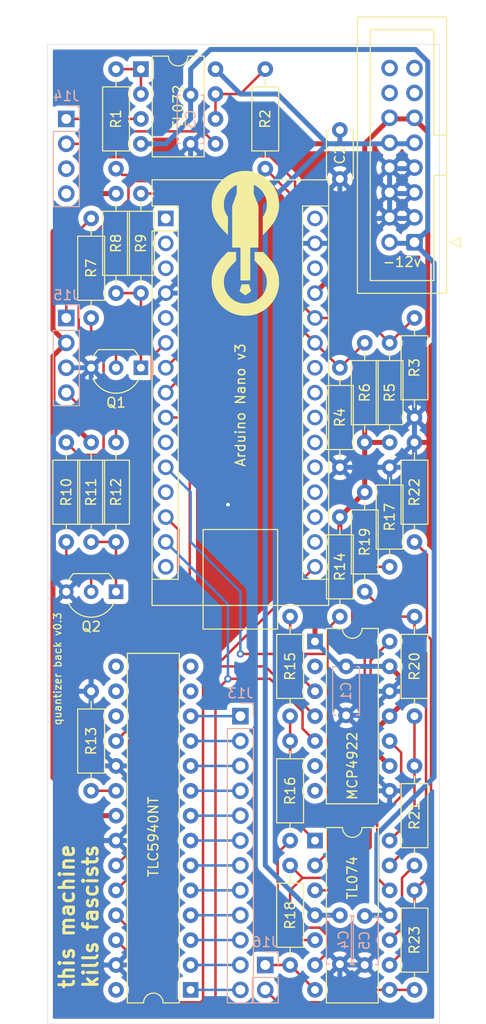
<source format=kicad_pcb>
(kicad_pcb (version 20171130) (host pcbnew "(5.1.10)-1")
  (title_block (title "Quantizer Back") (date 2021-06-22) (rev 0.3) (company "Free Modular"))
  (layers (0 F.Cu signal) (31 B.Cu signal) (34 B.Paste user) (35 F.Paste user) (36 B.SilkS user) (37 F.SilkS user) (38 B.Mask user) (39 F.Mask user) (44 Edge.Cuts user))
  (net 0 "")
  (net 1 "Net-(A1-Pad15)")
  (net 2 "Net-(A1-Pad30)")
  (net 3 GND)
  (net 4 "Net-(A1-Pad28)")
  (net 5 "Net-(A1-Pad12)")
  (net 6 INPUT_A)
  (net 7 "Net-(A1-Pad10)")
  (net 8 INPUT_B)
  (net 9 "Net-(A1-Pad24)")
  (net 10 "Net-(A1-Pad23)")
  (net 11 "Net-(A1-Pad22)")
  (net 12 "Net-(A1-Pad21)")
  (net 13 "Net-(A1-Pad5)")
  (net 14 "Net-(A1-Pad20)")
  (net 15 "Net-(A1-Pad19)")
  (net 16 "Net-(A1-Pad3)")
  (net 17 "Net-(A1-Pad18)")
  (net 18 "Net-(A1-Pad2)")
  (net 19 "Net-(A1-Pad17)")
  (net 20 "Net-(A1-Pad1)")
  (net 21 +5V)
  (net 22 -12V)
  (net 23 +12V)
  (net 24 "Net-(J13-Pad12)")
  (net 25 "Net-(J13-Pad11)")
  (net 26 "Net-(J13-Pad10)")
  (net 27 "Net-(J13-Pad9)")
  (net 28 "Net-(J13-Pad8)")
  (net 29 "Net-(J13-Pad7)")
  (net 30 "Net-(J13-Pad6)")
  (net 31 "Net-(J13-Pad5)")
  (net 32 "Net-(J13-Pad4)")
  (net 33 "Net-(J13-Pad3)")
  (net 34 "Net-(J13-Pad2)")
  (net 35 "Net-(J13-Pad1)")
  (net 36 MENU_BUTTON)
  (net 37 BUTTON_LADDER)
  (net 38 INPUT_RAW_B)
  (net 39 INPUT_RAW_A)
  (net 40 TRIG_RAW_B)
  (net 41 TRIG_RAW_A)
  (net 42 OUTPUT_B)
  (net 43 OUTPUT_A)
  (net 44 "Net-(R1-Pad2)")
  (net 45 "Net-(R2-Pad2)")
  (net 46 "Net-(Q1-Pad1)")
  (net 47 "Net-(Q1-Pad2)")
  (net 48 "Net-(Q2-Pad1)")
  (net 49 "Net-(Q2-Pad2)")
  (net 50 TRIG_A)
  (net 51 TRIG_B)
  (net 52 SPI_SCK)
  (net 53 SPI_MOSI)
  (net 54 TLC_BLANK)
  (net 55 DAC_CS)
  (net 56 TLC_XLAT)
  (net 57 TLC_GSCLK)
  (net 58 "Net-(R13-Pad1)")
  (net 59 "Net-(R14-Pad1)")
  (net 60 "Net-(R15-Pad1)")
  (net 61 "Net-(R16-Pad1)")
  (net 62 "Net-(R17-Pad1)")
  (net 63 "Net-(R19-Pad1)")
  (net 64 "Net-(R20-Pad1)")
  (net 65 "Net-(R21-Pad1)")
  (net 66 "Net-(R22-Pad1)")
  (net 67 DAC_OUT_A)
  (net 68 DAC_OUT_B)
  (net 69 "Net-(U3-Pad7)")
  (net 70 "Net-(U3-Pad6)")
  (net 71 "Net-(U3-Pad2)")
  (net 72 "Net-(U4-Pad28)")
  (net 73 "Net-(U4-Pad14)")
  (net 74 "Net-(U4-Pad13)")
  (net 75 "Net-(U4-Pad17)")
  (net 76 "Net-(U4-Pad16)")
  (net 77 "Net-(U4-Pad15)")
  (net 78 "Net-(J1-Pad16)")
  (net 79 "Net-(J1-Pad14)")
  (net 80 "Net-(J1-Pad15)")
  (net 81 "Net-(J1-Pad13)")
  (module free_modular:logo (layer F.Cu) (at 46.228 40.64 90)
    (fp_text reference G*** hide)
    (fp_text value LOGO hide)
  )
  (module Connector_IDC:IDC-Header_2x08_P2.54mm_Vertical (layer F.Cu) (at 63.5 40.53 180)
    (fp_text reference J1 hide)
    (fp_text value Conn_02x08_Odd_Even)
    (pad 16 thru_hole circle (at 2.54 17.78 180) (size 1.7 1.7) (drill 1) (layers *.Cu *.Mask) (net 78 "Net-(J1-Pad16)"))
    (pad 14 thru_hole circle (at 2.54 15.24 180) (size 1.7 1.7) (drill 1) (layers *.Cu *.Mask) (net 79 "Net-(J1-Pad14)"))
    (pad 12 thru_hole circle (at 2.54 12.7 180) (size 1.7 1.7) (drill 1) (layers *.Cu *.Mask) (net 21 +5V))
    (pad 10 thru_hole circle (at 2.54 10.16 180) (size 1.7 1.7) (drill 1) (layers *.Cu *.Mask) (net 23 +12V))
    (pad 8 thru_hole circle (at 2.54 7.62 180) (size 1.7 1.7) (drill 1) (layers *.Cu *.Mask) (net 3 GND))
    (pad 6 thru_hole circle (at 2.54 5.08 180) (size 1.7 1.7) (drill 1) (layers *.Cu *.Mask) (net 3 GND))
    (pad 4 thru_hole circle (at 2.54 2.54 180) (size 1.7 1.7) (drill 1) (layers *.Cu *.Mask) (net 3 GND))
    (pad 2 thru_hole circle (at 2.54 0 180) (size 1.7 1.7) (drill 1) (layers *.Cu *.Mask) (net 22 -12V))
    (pad 15 thru_hole circle (at 0 17.78 180) (size 1.7 1.7) (drill 1) (layers *.Cu *.Mask) (net 80 "Net-(J1-Pad15)"))
    (pad 13 thru_hole circle (at 0 15.24 180) (size 1.7 1.7) (drill 1) (layers *.Cu *.Mask) (net 81 "Net-(J1-Pad13)"))
    (pad 11 thru_hole circle (at 0 12.7 180) (size 1.7 1.7) (drill 1) (layers *.Cu *.Mask) (net 21 +5V))
    (pad 9 thru_hole circle (at 0 10.16 180) (size 1.7 1.7) (drill 1) (layers *.Cu *.Mask) (net 23 +12V))
    (pad 7 thru_hole circle (at 0 7.62 180) (size 1.7 1.7) (drill 1) (layers *.Cu *.Mask) (net 3 GND))
    (pad 5 thru_hole circle (at 0 5.08 180) (size 1.7 1.7) (drill 1) (layers *.Cu *.Mask) (net 3 GND))
    (pad 3 thru_hole circle (at 0 2.54 180) (size 1.7 1.7) (drill 1) (layers *.Cu *.Mask) (net 3 GND))
    (pad 1 thru_hole roundrect (at 0 0 180) (size 1.7 1.7) (drill 1) (layers *.Cu *.Mask) (roundrect_rratio 0.1470588235294118) (net 22 -12V))
  )
  (module Package_DIP:DIP-14_W7.62mm (layer F.Cu) (at 53.34 81.28)
    (fp_text reference U3 hide)
    (fp_text value MCP4922)
    (pad 14 thru_hole oval (at 7.62 0) (size 1.6 1.6) (drill 0.8) (layers *.Cu *.Mask) (net 67 DAC_OUT_A))
    (pad 7 thru_hole oval (at 0 15.24) (size 1.6 1.6) (drill 0.8) (layers *.Cu *.Mask) (net 69 "Net-(U3-Pad7)"))
    (pad 13 thru_hole oval (at 7.62 2.54) (size 1.6 1.6) (drill 0.8) (layers *.Cu *.Mask) (net 21 +5V))
    (pad 6 thru_hole oval (at 0 12.7) (size 1.6 1.6) (drill 0.8) (layers *.Cu *.Mask) (net 70 "Net-(U3-Pad6)"))
    (pad 12 thru_hole oval (at 7.62 5.08) (size 1.6 1.6) (drill 0.8) (layers *.Cu *.Mask) (net 3 GND))
    (pad 5 thru_hole oval (at 0 10.16) (size 1.6 1.6) (drill 0.8) (layers *.Cu *.Mask) (net 53 SPI_MOSI))
    (pad 11 thru_hole oval (at 7.62 7.62) (size 1.6 1.6) (drill 0.8) (layers *.Cu *.Mask) (net 21 +5V))
    (pad 4 thru_hole oval (at 0 7.62) (size 1.6 1.6) (drill 0.8) (layers *.Cu *.Mask) (net 52 SPI_SCK))
    (pad 10 thru_hole oval (at 7.62 10.16) (size 1.6 1.6) (drill 0.8) (layers *.Cu *.Mask) (net 68 DAC_OUT_B))
    (pad 3 thru_hole oval (at 0 5.08) (size 1.6 1.6) (drill 0.8) (layers *.Cu *.Mask) (net 55 DAC_CS))
    (pad 9 thru_hole oval (at 7.62 12.7) (size 1.6 1.6) (drill 0.8) (layers *.Cu *.Mask) (net 21 +5V))
    (pad 2 thru_hole oval (at 0 2.54) (size 1.6 1.6) (drill 0.8) (layers *.Cu *.Mask) (net 71 "Net-(U3-Pad2)"))
    (pad 8 thru_hole oval (at 7.62 15.24) (size 1.6 1.6) (drill 0.8) (layers *.Cu *.Mask) (net 3 GND))
    (pad 1 thru_hole rect (at 0 0) (size 1.6 1.6) (drill 0.8) (layers *.Cu *.Mask) (net 21 +5V))
  )
  (module Package_DIP:DIP-14_W7.62mm (layer F.Cu) (at 53.34 101.6)
    (fp_text reference U2 hide)
    (fp_text value TL074)
    (pad 14 thru_hole oval (at 7.62 0) (size 1.6 1.6) (drill 0.8) (layers *.Cu *.Mask) (net 64 "Net-(R20-Pad1)"))
    (pad 7 thru_hole oval (at 0 15.24) (size 1.6 1.6) (drill 0.8) (layers *.Cu *.Mask) (net 43 OUTPUT_A))
    (pad 13 thru_hole oval (at 7.62 2.54) (size 1.6 1.6) (drill 0.8) (layers *.Cu *.Mask) (net 63 "Net-(R19-Pad1)"))
    (pad 6 thru_hole oval (at 0 12.7) (size 1.6 1.6) (drill 0.8) (layers *.Cu *.Mask) (net 62 "Net-(R17-Pad1)"))
    (pad 12 thru_hole oval (at 7.62 5.08) (size 1.6 1.6) (drill 0.8) (layers *.Cu *.Mask) (net 68 DAC_OUT_B))
    (pad 5 thru_hole oval (at 0 10.16) (size 1.6 1.6) (drill 0.8) (layers *.Cu *.Mask) (net 61 "Net-(R16-Pad1)"))
    (pad 11 thru_hole oval (at 7.62 7.62) (size 1.6 1.6) (drill 0.8) (layers *.Cu *.Mask) (net 22 -12V))
    (pad 4 thru_hole oval (at 0 7.62) (size 1.6 1.6) (drill 0.8) (layers *.Cu *.Mask) (net 23 +12V))
    (pad 10 thru_hole oval (at 7.62 10.16) (size 1.6 1.6) (drill 0.8) (layers *.Cu *.Mask) (net 65 "Net-(R21-Pad1)"))
    (pad 3 thru_hole oval (at 0 5.08) (size 1.6 1.6) (drill 0.8) (layers *.Cu *.Mask) (net 67 DAC_OUT_A))
    (pad 9 thru_hole oval (at 7.62 12.7) (size 1.6 1.6) (drill 0.8) (layers *.Cu *.Mask) (net 66 "Net-(R22-Pad1)"))
    (pad 2 thru_hole oval (at 0 2.54) (size 1.6 1.6) (drill 0.8) (layers *.Cu *.Mask) (net 59 "Net-(R14-Pad1)"))
    (pad 8 thru_hole oval (at 7.62 15.24) (size 1.6 1.6) (drill 0.8) (layers *.Cu *.Mask) (net 42 OUTPUT_B))
    (pad 1 thru_hole rect (at 0 0) (size 1.6 1.6) (drill 0.8) (layers *.Cu *.Mask) (net 60 "Net-(R15-Pad1)"))
  )
  (module Package_TO_SOT_THT:TO-92_Inline_Wide (layer F.Cu) (at 33.02 76.2 180)
    (fp_text reference Q2 (at 2.54 -3.56) (layer F.SilkS))
    (fp_text value 2N3906)
    (pad 1 thru_hole rect (at 0 0 180) (size 1.5 1.5) (drill 0.8) (layers *.Cu *.Mask) (net 48 "Net-(Q2-Pad1)"))
    (pad 3 thru_hole circle (at 5.08 0 180) (size 1.5 1.5) (drill 0.8) (layers *.Cu *.Mask) (net 3 GND))
    (pad 2 thru_hole circle (at 2.54 0 180) (size 1.5 1.5) (drill 0.8) (layers *.Cu *.Mask) (net 49 "Net-(Q2-Pad2)"))
  )
  (module Package_TO_SOT_THT:TO-92_Inline_Wide (layer F.Cu) (at 35.56 53.34 180)
    (fp_text reference Q1 (at 2.54 -3.56) (layer F.SilkS))
    (fp_text value 2N3906)
    (pad 1 thru_hole rect (at 0 0 180) (size 1.5 1.5) (drill 0.8) (layers *.Cu *.Mask) (net 46 "Net-(Q1-Pad1)"))
    (pad 3 thru_hole circle (at 5.08 0 180) (size 1.5 1.5) (drill 0.8) (layers *.Cu *.Mask) (net 3 GND))
    (pad 2 thru_hole circle (at 2.54 0 180) (size 1.5 1.5) (drill 0.8) (layers *.Cu *.Mask) (net 47 "Net-(Q1-Pad2)"))
  )
  (module MountingHole:MountingHole_2.7mm_M2.5 (layer F.Cu) (at 53.34 24.13)
    (fp_text reference H2 hide)
    (fp_text value MountingHole)
    (pad 1 np_thru_hole circle (at 0 0) (size 2.7 2.7) (drill 2.7) (layers *.Cu *.Mask))
  )
  (module Package_DIP:DIP-28_W7.62mm (layer F.Cu) (at 40.64 116.84 180)
    (fp_text reference U4 hide)
    (fp_text value TLC5940NT)
    (pad 28 thru_hole oval (at 7.62 0 180) (size 1.6 1.6) (drill 0.8) (layers *.Cu *.Mask) (net 72 "Net-(U4-Pad28)"))
    (pad 14 thru_hole oval (at 0 33.02 180) (size 1.6 1.6) (drill 0.8) (layers *.Cu *.Mask) (net 73 "Net-(U4-Pad14)"))
    (pad 27 thru_hole oval (at 7.62 2.54 180) (size 1.6 1.6) (drill 0.8) (layers *.Cu *.Mask) (net 3 GND))
    (pad 13 thru_hole oval (at 0 30.48 180) (size 1.6 1.6) (drill 0.8) (layers *.Cu *.Mask) (net 74 "Net-(U4-Pad13)"))
    (pad 26 thru_hole oval (at 7.62 5.08 180) (size 1.6 1.6) (drill 0.8) (layers *.Cu *.Mask) (net 53 SPI_MOSI))
    (pad 12 thru_hole oval (at 0 27.94 180) (size 1.6 1.6) (drill 0.8) (layers *.Cu *.Mask) (net 35 "Net-(J13-Pad1)"))
    (pad 25 thru_hole oval (at 7.62 7.62 180) (size 1.6 1.6) (drill 0.8) (layers *.Cu *.Mask) (net 52 SPI_SCK))
    (pad 11 thru_hole oval (at 0 25.4 180) (size 1.6 1.6) (drill 0.8) (layers *.Cu *.Mask) (net 34 "Net-(J13-Pad2)"))
    (pad 24 thru_hole oval (at 7.62 10.16 180) (size 1.6 1.6) (drill 0.8) (layers *.Cu *.Mask) (net 56 TLC_XLAT))
    (pad 10 thru_hole oval (at 0 22.86 180) (size 1.6 1.6) (drill 0.8) (layers *.Cu *.Mask) (net 33 "Net-(J13-Pad3)"))
    (pad 23 thru_hole oval (at 7.62 12.7 180) (size 1.6 1.6) (drill 0.8) (layers *.Cu *.Mask) (net 54 TLC_BLANK))
    (pad 9 thru_hole oval (at 0 20.32 180) (size 1.6 1.6) (drill 0.8) (layers *.Cu *.Mask) (net 32 "Net-(J13-Pad4)"))
    (pad 22 thru_hole oval (at 7.62 15.24 180) (size 1.6 1.6) (drill 0.8) (layers *.Cu *.Mask) (net 3 GND))
    (pad 8 thru_hole oval (at 0 17.78 180) (size 1.6 1.6) (drill 0.8) (layers *.Cu *.Mask) (net 31 "Net-(J13-Pad5)"))
    (pad 21 thru_hole oval (at 7.62 17.78 180) (size 1.6 1.6) (drill 0.8) (layers *.Cu *.Mask) (net 21 +5V))
    (pad 7 thru_hole oval (at 0 15.24 180) (size 1.6 1.6) (drill 0.8) (layers *.Cu *.Mask) (net 30 "Net-(J13-Pad6)"))
    (pad 20 thru_hole oval (at 7.62 20.32 180) (size 1.6 1.6) (drill 0.8) (layers *.Cu *.Mask) (net 58 "Net-(R13-Pad1)"))
    (pad 6 thru_hole oval (at 0 12.7 180) (size 1.6 1.6) (drill 0.8) (layers *.Cu *.Mask) (net 29 "Net-(J13-Pad7)"))
    (pad 19 thru_hole oval (at 7.62 22.86 180) (size 1.6 1.6) (drill 0.8) (layers *.Cu *.Mask) (net 3 GND))
    (pad 5 thru_hole oval (at 0 10.16 180) (size 1.6 1.6) (drill 0.8) (layers *.Cu *.Mask) (net 28 "Net-(J13-Pad8)"))
    (pad 18 thru_hole oval (at 7.62 25.4 180) (size 1.6 1.6) (drill 0.8) (layers *.Cu *.Mask) (net 57 TLC_GSCLK))
    (pad 4 thru_hole oval (at 0 7.62 180) (size 1.6 1.6) (drill 0.8) (layers *.Cu *.Mask) (net 27 "Net-(J13-Pad9)"))
    (pad 17 thru_hole oval (at 7.62 27.94 180) (size 1.6 1.6) (drill 0.8) (layers *.Cu *.Mask) (net 75 "Net-(U4-Pad17)"))
    (pad 3 thru_hole oval (at 0 5.08 180) (size 1.6 1.6) (drill 0.8) (layers *.Cu *.Mask) (net 26 "Net-(J13-Pad10)"))
    (pad 16 thru_hole oval (at 7.62 30.48 180) (size 1.6 1.6) (drill 0.8) (layers *.Cu *.Mask) (net 76 "Net-(U4-Pad16)"))
    (pad 2 thru_hole oval (at 0 2.54 180) (size 1.6 1.6) (drill 0.8) (layers *.Cu *.Mask) (net 25 "Net-(J13-Pad11)"))
    (pad 15 thru_hole oval (at 7.62 33.02 180) (size 1.6 1.6) (drill 0.8) (layers *.Cu *.Mask) (net 77 "Net-(U4-Pad15)"))
    (pad 1 thru_hole rect (at 0 0 180) (size 1.6 1.6) (drill 0.8) (layers *.Cu *.Mask) (net 24 "Net-(J13-Pad12)"))
  )
  (module Resistor_THT:R_Axial_DIN0207_L6.3mm_D2.5mm_P10.16mm_Horizontal (layer F.Cu) (at 63.5 116.84 90)
    (fp_text reference R23 (at 5.08 0 90) (layer F.SilkS))
    (fp_text value 10kΩ)
    (pad 2 thru_hole oval (at 10.16 0 90) (size 1.6 1.6) (drill 0.8) (layers *.Cu *.Mask) (net 66 "Net-(R22-Pad1)"))
    (pad 1 thru_hole circle (at 0 0 90) (size 1.6 1.6) (drill 0.8) (layers *.Cu *.Mask) (net 42 OUTPUT_B))
  )
  (module Resistor_THT:R_Axial_DIN0207_L6.3mm_D2.5mm_P10.16mm_Horizontal (layer F.Cu) (at 63.5 71.12 90)
    (fp_text reference R22 (at 5.08 0 90) (layer F.SilkS))
    (fp_text value 10kΩ)
    (pad 2 thru_hole oval (at 10.16 0 90) (size 1.6 1.6) (drill 0.8) (layers *.Cu *.Mask) (net 3 GND))
    (pad 1 thru_hole circle (at 0 0 90) (size 1.6 1.6) (drill 0.8) (layers *.Cu *.Mask) (net 66 "Net-(R22-Pad1)"))
  )
  (module Resistor_THT:R_Axial_DIN0207_L6.3mm_D2.5mm_P10.16mm_Horizontal (layer F.Cu) (at 63.5 104.14 90)
    (fp_text reference R21 (at 5.08 0 90) (layer F.SilkS))
    (fp_text value 10kΩ)
    (pad 2 thru_hole oval (at 10.16 0 90) (size 1.6 1.6) (drill 0.8) (layers *.Cu *.Mask) (net 64 "Net-(R20-Pad1)"))
    (pad 1 thru_hole circle (at 0 0 90) (size 1.6 1.6) (drill 0.8) (layers *.Cu *.Mask) (net 65 "Net-(R21-Pad1)"))
  )
  (module Resistor_THT:R_Axial_DIN0207_L6.3mm_D2.5mm_P10.16mm_Horizontal (layer F.Cu) (at 63.5 88.9 90)
    (fp_text reference R20 (at 5.08 0 90) (layer F.SilkS))
    (fp_text value 10kΩ)
    (pad 2 thru_hole oval (at 10.16 0 90) (size 1.6 1.6) (drill 0.8) (layers *.Cu *.Mask) (net 63 "Net-(R19-Pad1)"))
    (pad 1 thru_hole circle (at 0 0 90) (size 1.6 1.6) (drill 0.8) (layers *.Cu *.Mask) (net 64 "Net-(R20-Pad1)"))
  )
  (module Resistor_THT:R_Axial_DIN0207_L6.3mm_D2.5mm_P10.16mm_Horizontal (layer F.Cu) (at 58.42 76.2 90)
    (fp_text reference R19 (at 5.08 0 90) (layer F.SilkS))
    (fp_text value 10kΩ)
    (pad 2 thru_hole oval (at 10.16 0 90) (size 1.6 1.6) (drill 0.8) (layers *.Cu *.Mask) (net 21 +5V))
    (pad 1 thru_hole circle (at 0 0 90) (size 1.6 1.6) (drill 0.8) (layers *.Cu *.Mask) (net 63 "Net-(R19-Pad1)"))
  )
  (module Resistor_THT:R_Axial_DIN0207_L6.3mm_D2.5mm_P10.16mm_Horizontal (layer F.Cu) (at 50.8 114.3 90)
    (fp_text reference R18 (at 5.08 0 90) (layer F.SilkS))
    (fp_text value 10kΩ)
    (pad 2 thru_hole oval (at 10.16 0 90) (size 1.6 1.6) (drill 0.8) (layers *.Cu *.Mask) (net 62 "Net-(R17-Pad1)"))
    (pad 1 thru_hole circle (at 0 0 90) (size 1.6 1.6) (drill 0.8) (layers *.Cu *.Mask) (net 43 OUTPUT_A))
  )
  (module Resistor_THT:R_Axial_DIN0207_L6.3mm_D2.5mm_P10.16mm_Horizontal (layer F.Cu) (at 60.96 73.66 90)
    (fp_text reference R17 (at 5.08 0 90) (layer F.SilkS))
    (fp_text value 10kΩ)
    (pad 2 thru_hole oval (at 10.16 0 90) (size 1.6 1.6) (drill 0.8) (layers *.Cu *.Mask) (net 3 GND))
    (pad 1 thru_hole circle (at 0 0 90) (size 1.6 1.6) (drill 0.8) (layers *.Cu *.Mask) (net 62 "Net-(R17-Pad1)"))
  )
  (module Resistor_THT:R_Axial_DIN0207_L6.3mm_D2.5mm_P10.16mm_Horizontal (layer F.Cu) (at 50.8 101.6 90)
    (fp_text reference R16 (at 5.08 0 90) (layer F.SilkS))
    (fp_text value 10kΩ)
    (pad 2 thru_hole oval (at 10.16 0 90) (size 1.6 1.6) (drill 0.8) (layers *.Cu *.Mask) (net 60 "Net-(R15-Pad1)"))
    (pad 1 thru_hole circle (at 0 0 90) (size 1.6 1.6) (drill 0.8) (layers *.Cu *.Mask) (net 61 "Net-(R16-Pad1)"))
  )
  (module Resistor_THT:R_Axial_DIN0207_L6.3mm_D2.5mm_P10.16mm_Horizontal (layer F.Cu) (at 50.8 88.9 90)
    (fp_text reference R15 (at 5.08 0 90) (layer F.SilkS))
    (fp_text value 10kΩ)
    (pad 2 thru_hole oval (at 10.16 0 90) (size 1.6 1.6) (drill 0.8) (layers *.Cu *.Mask) (net 59 "Net-(R14-Pad1)"))
    (pad 1 thru_hole circle (at 0 0 90) (size 1.6 1.6) (drill 0.8) (layers *.Cu *.Mask) (net 60 "Net-(R15-Pad1)"))
  )
  (module Resistor_THT:R_Axial_DIN0207_L6.3mm_D2.5mm_P10.16mm_Horizontal (layer F.Cu) (at 55.88 78.74 90)
    (fp_text reference R14 (at 5.08 0 90) (layer F.SilkS))
    (fp_text value 10kΩ)
    (pad 2 thru_hole oval (at 10.16 0 90) (size 1.6 1.6) (drill 0.8) (layers *.Cu *.Mask) (net 21 +5V))
    (pad 1 thru_hole circle (at 0 0 90) (size 1.6 1.6) (drill 0.8) (layers *.Cu *.Mask) (net 59 "Net-(R14-Pad1)"))
  )
  (module Resistor_THT:R_Axial_DIN0207_L6.3mm_D2.5mm_P10.16mm_Horizontal (layer F.Cu) (at 30.48 96.52 90)
    (fp_text reference R13 (at 5.08 0 90) (layer F.SilkS))
    (fp_text value 1kΩ)
    (pad 2 thru_hole oval (at 10.16 0 90) (size 1.6 1.6) (drill 0.8) (layers *.Cu *.Mask) (net 3 GND))
    (pad 1 thru_hole circle (at 0 0 90) (size 1.6 1.6) (drill 0.8) (layers *.Cu *.Mask) (net 58 "Net-(R13-Pad1)"))
  )
  (module Resistor_THT:R_Axial_DIN0207_L6.3mm_D2.5mm_P10.16mm_Horizontal (layer F.Cu) (at 33.02 60.96 270)
    (fp_text reference R12 (at 5.08 0 90) (layer F.SilkS))
    (fp_text value 1kΩ)
    (pad 2 thru_hole oval (at 10.16 0 270) (size 1.6 1.6) (drill 0.8) (layers *.Cu *.Mask) (net 48 "Net-(Q2-Pad1)"))
    (pad 1 thru_hole circle (at 0 0 270) (size 1.6 1.6) (drill 0.8) (layers *.Cu *.Mask) (net 51 TRIG_B))
  )
  (module Resistor_THT:R_Axial_DIN0207_L6.3mm_D2.5mm_P10.16mm_Horizontal (layer F.Cu) (at 30.48 71.12 90)
    (fp_text reference R11 (at 5.08 0 90) (layer F.SilkS))
    (fp_text value 100kΩ)
    (pad 2 thru_hole oval (at 10.16 0 90) (size 1.6 1.6) (drill 0.8) (layers *.Cu *.Mask) (net 21 +5V))
    (pad 1 thru_hole circle (at 0 0 90) (size 1.6 1.6) (drill 0.8) (layers *.Cu *.Mask) (net 48 "Net-(Q2-Pad1)"))
  )
  (module Resistor_THT:R_Axial_DIN0207_L6.3mm_D2.5mm_P10.16mm_Horizontal (layer F.Cu) (at 27.94 71.12 90)
    (fp_text reference R10 (at 5.08 0 90) (layer F.SilkS))
    (fp_text value 100kΩ)
    (pad 2 thru_hole oval (at 10.16 0 90) (size 1.6 1.6) (drill 0.8) (layers *.Cu *.Mask) (net 40 TRIG_RAW_B))
    (pad 1 thru_hole circle (at 0 0 90) (size 1.6 1.6) (drill 0.8) (layers *.Cu *.Mask) (net 49 "Net-(Q2-Pad2)"))
  )
  (module Resistor_THT:R_Axial_DIN0207_L6.3mm_D2.5mm_P10.16mm_Horizontal (layer F.Cu) (at 35.56 35.56 270)
    (fp_text reference R9 (at 5.08 0 90) (layer F.SilkS))
    (fp_text value 1kΩ)
    (pad 2 thru_hole oval (at 10.16 0 270) (size 1.6 1.6) (drill 0.8) (layers *.Cu *.Mask) (net 46 "Net-(Q1-Pad1)"))
    (pad 1 thru_hole circle (at 0 0 270) (size 1.6 1.6) (drill 0.8) (layers *.Cu *.Mask) (net 50 TRIG_A))
  )
  (module Resistor_THT:R_Axial_DIN0207_L6.3mm_D2.5mm_P10.16mm_Horizontal (layer F.Cu) (at 33.02 45.72 90)
    (fp_text reference R8 (at 5.08 0 90) (layer F.SilkS))
    (fp_text value 100kΩ)
    (pad 2 thru_hole oval (at 10.16 0 90) (size 1.6 1.6) (drill 0.8) (layers *.Cu *.Mask) (net 21 +5V))
    (pad 1 thru_hole circle (at 0 0 90) (size 1.6 1.6) (drill 0.8) (layers *.Cu *.Mask) (net 46 "Net-(Q1-Pad1)"))
  )
  (module Resistor_THT:R_Axial_DIN0207_L6.3mm_D2.5mm_P10.16mm_Horizontal (layer F.Cu) (at 30.48 48.26 90)
    (fp_text reference R7 (at 5.08 0 90) (layer F.SilkS))
    (fp_text value 100kΩ)
    (pad 2 thru_hole oval (at 10.16 0 90) (size 1.6 1.6) (drill 0.8) (layers *.Cu *.Mask) (net 41 TRIG_RAW_A))
    (pad 1 thru_hole circle (at 0 0 90) (size 1.6 1.6) (drill 0.8) (layers *.Cu *.Mask) (net 47 "Net-(Q1-Pad2)"))
  )
  (module Package_DIP:DIP-8_W7.62mm (layer F.Cu) (at 35.56 22.86)
    (fp_text reference U1 hide)
    (fp_text value TL072)
    (pad 8 thru_hole oval (at 7.62 0) (size 1.6 1.6) (drill 0.8) (layers *.Cu *.Mask) (net 23 +12V))
    (pad 4 thru_hole oval (at 0 7.62) (size 1.6 1.6) (drill 0.8) (layers *.Cu *.Mask) (net 22 -12V))
    (pad 7 thru_hole oval (at 7.62 2.54) (size 1.6 1.6) (drill 0.8) (layers *.Cu *.Mask) (net 45 "Net-(R2-Pad2)"))
    (pad 3 thru_hole oval (at 0 5.08) (size 1.6 1.6) (drill 0.8) (layers *.Cu *.Mask) (net 39 INPUT_RAW_A))
    (pad 6 thru_hole oval (at 7.62 5.08) (size 1.6 1.6) (drill 0.8) (layers *.Cu *.Mask) (net 45 "Net-(R2-Pad2)"))
    (pad 2 thru_hole oval (at 0 2.54) (size 1.6 1.6) (drill 0.8) (layers *.Cu *.Mask) (net 44 "Net-(R1-Pad2)"))
    (pad 5 thru_hole oval (at 7.62 7.62) (size 1.6 1.6) (drill 0.8) (layers *.Cu *.Mask) (net 38 INPUT_RAW_B))
    (pad 1 thru_hole rect (at 0 0) (size 1.6 1.6) (drill 0.8) (layers *.Cu *.Mask) (net 44 "Net-(R1-Pad2)"))
  )
  (module Resistor_THT:R_Axial_DIN0207_L6.3mm_D2.5mm_P10.16mm_Horizontal (layer F.Cu) (at 58.42 50.8 270)
    (fp_text reference R6 (at 5.08 0 90) (layer F.SilkS))
    (fp_text value 10kΩ)
    (pad 2 thru_hole oval (at 10.16 0 270) (size 1.6 1.6) (drill 0.8) (layers *.Cu *.Mask) (net 21 +5V))
    (pad 1 thru_hole circle (at 0 0 270) (size 1.6 1.6) (drill 0.8) (layers *.Cu *.Mask) (net 8 INPUT_B))
  )
  (module Resistor_THT:R_Axial_DIN0207_L6.3mm_D2.5mm_P10.16mm_Horizontal (layer F.Cu) (at 60.96 50.8 270)
    (fp_text reference R5 (at 5.08 0 90) (layer F.SilkS))
    (fp_text value 10kΩ)
    (pad 2 thru_hole oval (at 10.16 0 270) (size 1.6 1.6) (drill 0.8) (layers *.Cu *.Mask) (net 21 +5V))
    (pad 1 thru_hole circle (at 0 0 270) (size 1.6 1.6) (drill 0.8) (layers *.Cu *.Mask) (net 6 INPUT_A))
  )
  (module Resistor_THT:R_Axial_DIN0207_L6.3mm_D2.5mm_P10.16mm_Horizontal (layer F.Cu) (at 55.88 63.5 90)
    (fp_text reference R4 (at 5.08 0 90) (layer F.SilkS))
    (fp_text value 20kΩ)
    (pad 2 thru_hole oval (at 10.16 0 90) (size 1.6 1.6) (drill 0.8) (layers *.Cu *.Mask) (net 8 INPUT_B))
    (pad 1 thru_hole circle (at 0 0 90) (size 1.6 1.6) (drill 0.8) (layers *.Cu *.Mask) (net 3 GND))
  )
  (module Resistor_THT:R_Axial_DIN0207_L6.3mm_D2.5mm_P10.16mm_Horizontal (layer F.Cu) (at 63.5 58.42 90)
    (fp_text reference R3 (at 5.08 0 90) (layer F.SilkS))
    (fp_text value 20kΩ)
    (pad 2 thru_hole oval (at 10.16 0 90) (size 1.6 1.6) (drill 0.8) (layers *.Cu *.Mask) (net 6 INPUT_A))
    (pad 1 thru_hole circle (at 0 0 90) (size 1.6 1.6) (drill 0.8) (layers *.Cu *.Mask) (net 3 GND))
  )
  (module Resistor_THT:R_Axial_DIN0207_L6.3mm_D2.5mm_P10.16mm_Horizontal (layer F.Cu) (at 48.26 33.02 90)
    (fp_text reference R2 (at 5.08 0 90) (layer F.SilkS))
    (fp_text value 20kΩ)
    (pad 2 thru_hole oval (at 10.16 0 90) (size 1.6 1.6) (drill 0.8) (layers *.Cu *.Mask) (net 45 "Net-(R2-Pad2)"))
    (pad 1 thru_hole circle (at 0 0 90) (size 1.6 1.6) (drill 0.8) (layers *.Cu *.Mask) (net 8 INPUT_B))
  )
  (module Resistor_THT:R_Axial_DIN0207_L6.3mm_D2.5mm_P10.16mm_Horizontal (layer F.Cu) (at 33.02 33.02 90)
    (fp_text reference R1 (at 5.08 0 90) (layer F.SilkS))
    (fp_text value 20kΩ)
    (pad 2 thru_hole oval (at 10.16 0 90) (size 1.6 1.6) (drill 0.8) (layers *.Cu *.Mask) (net 44 "Net-(R1-Pad2)"))
    (pad 1 thru_hole circle (at 0 0 90) (size 1.6 1.6) (drill 0.8) (layers *.Cu *.Mask) (net 6 INPUT_A))
  )
  (module Connector_PinHeader_2.54mm:PinHeader_1x02_P2.54mm_Vertical (layer B.Cu) (at 48.26 114.3 180)
    (fp_text reference J16 (at 0 2.33) (layer B.SilkS) (effects (justify mirror)))
    (fp_text value Conn_01x02_Male)
    (pad 2 thru_hole oval (at 0 -2.54 180) (size 1.7 1.7) (drill 1) (layers *.Cu *.Mask) (net 42 OUTPUT_B))
    (pad 1 thru_hole rect (at 0 0 180) (size 1.7 1.7) (drill 1) (layers *.Cu *.Mask) (net 43 OUTPUT_A))
  )
  (module Connector_PinHeader_2.54mm:PinHeader_1x04_P2.54mm_Vertical (layer B.Cu) (at 27.94 48.26 180)
    (fp_text reference J15 (at 0 2.33) (layer B.SilkS) (effects (justify mirror)))
    (fp_text value Conn_01x04_Male)
    (pad 4 thru_hole oval (at 0 -7.62 180) (size 1.7 1.7) (drill 1) (layers *.Cu *.Mask) (net 40 TRIG_RAW_B))
    (pad 3 thru_hole oval (at 0 -5.08 180) (size 1.7 1.7) (drill 1) (layers *.Cu *.Mask) (net 3 GND))
    (pad 2 thru_hole oval (at 0 -2.54 180) (size 1.7 1.7) (drill 1) (layers *.Cu *.Mask) (net 21 +5V))
    (pad 1 thru_hole rect (at 0 0 180) (size 1.7 1.7) (drill 1) (layers *.Cu *.Mask) (net 41 TRIG_RAW_A))
  )
  (module Connector_PinHeader_2.54mm:PinHeader_1x04_P2.54mm_Vertical (layer B.Cu) (at 27.94 27.94 180)
    (fp_text reference J14 (at 0 2.33) (layer B.SilkS) (effects (justify mirror)))
    (fp_text value Conn_01x04_Male)
    (pad 4 thru_hole oval (at 0 -7.62 180) (size 1.7 1.7) (drill 1) (layers *.Cu *.Mask) (net 36 MENU_BUTTON))
    (pad 3 thru_hole oval (at 0 -5.08 180) (size 1.7 1.7) (drill 1) (layers *.Cu *.Mask) (net 37 BUTTON_LADDER))
    (pad 2 thru_hole oval (at 0 -2.54 180) (size 1.7 1.7) (drill 1) (layers *.Cu *.Mask) (net 38 INPUT_RAW_B))
    (pad 1 thru_hole rect (at 0 0 180) (size 1.7 1.7) (drill 1) (layers *.Cu *.Mask) (net 39 INPUT_RAW_A))
  )
  (module Connector_PinHeader_2.54mm:PinHeader_1x12_P2.54mm_Vertical (layer B.Cu) (at 45.72 88.9 180)
    (fp_text reference J13 (at 0 2.33) (layer B.SilkS) (effects (justify mirror)))
    (fp_text value Conn_01x12_Male)
    (pad 12 thru_hole oval (at 0 -27.94 180) (size 1.7 1.7) (drill 1) (layers *.Cu *.Mask) (net 24 "Net-(J13-Pad12)"))
    (pad 11 thru_hole oval (at 0 -25.4 180) (size 1.7 1.7) (drill 1) (layers *.Cu *.Mask) (net 25 "Net-(J13-Pad11)"))
    (pad 10 thru_hole oval (at 0 -22.86 180) (size 1.7 1.7) (drill 1) (layers *.Cu *.Mask) (net 26 "Net-(J13-Pad10)"))
    (pad 9 thru_hole oval (at 0 -20.32 180) (size 1.7 1.7) (drill 1) (layers *.Cu *.Mask) (net 27 "Net-(J13-Pad9)"))
    (pad 8 thru_hole oval (at 0 -17.78 180) (size 1.7 1.7) (drill 1) (layers *.Cu *.Mask) (net 28 "Net-(J13-Pad8)"))
    (pad 7 thru_hole oval (at 0 -15.24 180) (size 1.7 1.7) (drill 1) (layers *.Cu *.Mask) (net 29 "Net-(J13-Pad7)"))
    (pad 6 thru_hole oval (at 0 -12.7 180) (size 1.7 1.7) (drill 1) (layers *.Cu *.Mask) (net 30 "Net-(J13-Pad6)"))
    (pad 5 thru_hole oval (at 0 -10.16 180) (size 1.7 1.7) (drill 1) (layers *.Cu *.Mask) (net 31 "Net-(J13-Pad5)"))
    (pad 4 thru_hole oval (at 0 -7.62 180) (size 1.7 1.7) (drill 1) (layers *.Cu *.Mask) (net 32 "Net-(J13-Pad4)"))
    (pad 3 thru_hole oval (at 0 -5.08 180) (size 1.7 1.7) (drill 1) (layers *.Cu *.Mask) (net 33 "Net-(J13-Pad3)"))
    (pad 2 thru_hole oval (at 0 -2.54 180) (size 1.7 1.7) (drill 1) (layers *.Cu *.Mask) (net 34 "Net-(J13-Pad2)"))
    (pad 1 thru_hole rect (at 0 0 180) (size 1.7 1.7) (drill 1) (layers *.Cu *.Mask) (net 35 "Net-(J13-Pad1)"))
  )
  (module Capacitor_THT:C_Disc_D4.7mm_W2.5mm_P5.00mm (layer B.Cu) (at 58.42 114.3 90)
    (fp_text reference C5 (at 2.5 -0.02 90) (layer B.SilkS) (effects (justify mirror)))
    (fp_text value 100nf)
    (pad 2 thru_hole circle (at 5 0 90) (size 1.6 1.6) (drill 0.8) (layers *.Cu *.Mask) (net 22 -12V))
    (pad 1 thru_hole circle (at 0 0 90) (size 1.6 1.6) (drill 0.8) (layers *.Cu *.Mask) (net 3 GND))
  )
  (module Capacitor_THT:C_Disc_D4.7mm_W2.5mm_P5.00mm (layer B.Cu) (at 55.88 109.22 270)
    (fp_text reference C4 (at 2.5 -0.375 90) (layer B.SilkS) (effects (justify mirror)))
    (fp_text value 100nf)
    (pad 2 thru_hole circle (at 5 0 270) (size 1.6 1.6) (drill 0.8) (layers *.Cu *.Mask) (net 3 GND))
    (pad 1 thru_hole circle (at 0 0 270) (size 1.6 1.6) (drill 0.8) (layers *.Cu *.Mask) (net 23 +12V))
  )
  (module Capacitor_THT:C_Disc_D4.7mm_W2.5mm_P5.00mm (layer B.Cu) (at 40.64 30.48 90)
    (fp_text reference C3 (at 2.5 0 270) (layer B.SilkS) (effects (justify mirror)))
    (fp_text value 100nf)
    (pad 2 thru_hole circle (at 5 0 90) (size 1.6 1.6) (drill 0.8) (layers *.Cu *.Mask) (net 22 -12V))
    (pad 1 thru_hole circle (at 0 0 90) (size 1.6 1.6) (drill 0.8) (layers *.Cu *.Mask) (net 3 GND))
  )
  (module Capacitor_THT:C_Disc_D4.7mm_W2.5mm_P5.00mm (layer F.Cu) (at 55.88 29.07 270)
    (fp_text reference C2 (at 2.54 0 90) (layer F.SilkS))
    (fp_text value 100nf)
    (pad 2 thru_hole circle (at 5 0 270) (size 1.6 1.6) (drill 0.8) (layers *.Cu *.Mask) (net 3 GND))
    (pad 1 thru_hole circle (at 0 0 270) (size 1.6 1.6) (drill 0.8) (layers *.Cu *.Mask) (net 23 +12V))
  )
  (module Capacitor_THT:C_Disc_D4.7mm_W2.5mm_P5.00mm (layer B.Cu) (at 56.515 83.82 270)
    (fp_text reference C1 (at 2.54 0 90) (layer B.SilkS) (effects (justify mirror)))
    (fp_text value 100nf)
    (pad 2 thru_hole circle (at 5 0 270) (size 1.6 1.6) (drill 0.8) (layers *.Cu *.Mask) (net 3 GND))
    (pad 1 thru_hole circle (at 0 0 270) (size 1.6 1.6) (drill 0.8) (layers *.Cu *.Mask) (net 21 +5V))
  )
  (module Module:Arduino_Nano (layer F.Cu) (at 38.1 38.1)
    (fp_text reference A1 hide)
    (fp_text value Arduino_Nano_v3.x)
    (pad 16 thru_hole oval (at 15.24 35.56) (size 1.6 1.6) (drill 1) (layers *.Cu *.Mask) (net 52 SPI_SCK))
    (pad 15 thru_hole oval (at 0 35.56) (size 1.6 1.6) (drill 1) (layers *.Cu *.Mask) (net 1 "Net-(A1-Pad15)"))
    (pad 30 thru_hole oval (at 15.24 0) (size 1.6 1.6) (drill 1) (layers *.Cu *.Mask) (net 2 "Net-(A1-Pad30)"))
    (pad 14 thru_hole oval (at 0 33.02) (size 1.6 1.6) (drill 1) (layers *.Cu *.Mask) (net 53 SPI_MOSI))
    (pad 29 thru_hole oval (at 15.24 2.54) (size 1.6 1.6) (drill 1) (layers *.Cu *.Mask) (net 3 GND))
    (pad 13 thru_hole oval (at 0 30.48) (size 1.6 1.6) (drill 1) (layers *.Cu *.Mask) (net 54 TLC_BLANK))
    (pad 28 thru_hole oval (at 15.24 5.08) (size 1.6 1.6) (drill 1) (layers *.Cu *.Mask) (net 4 "Net-(A1-Pad28)"))
    (pad 12 thru_hole oval (at 0 27.94) (size 1.6 1.6) (drill 1) (layers *.Cu *.Mask) (net 5 "Net-(A1-Pad12)"))
    (pad 27 thru_hole oval (at 15.24 7.62) (size 1.6 1.6) (drill 1) (layers *.Cu *.Mask) (net 21 +5V))
    (pad 11 thru_hole oval (at 0 25.4) (size 1.6 1.6) (drill 1) (layers *.Cu *.Mask) (net 55 DAC_CS))
    (pad 26 thru_hole oval (at 15.24 10.16) (size 1.6 1.6) (drill 1) (layers *.Cu *.Mask) (net 6 INPUT_A))
    (pad 10 thru_hole oval (at 0 22.86) (size 1.6 1.6) (drill 1) (layers *.Cu *.Mask) (net 7 "Net-(A1-Pad10)"))
    (pad 25 thru_hole oval (at 15.24 12.7) (size 1.6 1.6) (drill 1) (layers *.Cu *.Mask) (net 8 INPUT_B))
    (pad 9 thru_hole oval (at 0 20.32) (size 1.6 1.6) (drill 1) (layers *.Cu *.Mask) (net 56 TLC_XLAT))
    (pad 24 thru_hole oval (at 15.24 15.24) (size 1.6 1.6) (drill 1) (layers *.Cu *.Mask) (net 9 "Net-(A1-Pad24)"))
    (pad 8 thru_hole oval (at 0 17.78) (size 1.6 1.6) (drill 1) (layers *.Cu *.Mask) (net 51 TRIG_B))
    (pad 23 thru_hole oval (at 15.24 17.78) (size 1.6 1.6) (drill 1) (layers *.Cu *.Mask) (net 10 "Net-(A1-Pad23)"))
    (pad 7 thru_hole oval (at 0 15.24) (size 1.6 1.6) (drill 1) (layers *.Cu *.Mask) (net 50 TRIG_A))
    (pad 22 thru_hole oval (at 15.24 20.32) (size 1.6 1.6) (drill 1) (layers *.Cu *.Mask) (net 11 "Net-(A1-Pad22)"))
    (pad 6 thru_hole oval (at 0 12.7) (size 1.6 1.6) (drill 1) (layers *.Cu *.Mask) (net 57 TLC_GSCLK))
    (pad 21 thru_hole oval (at 15.24 22.86) (size 1.6 1.6) (drill 1) (layers *.Cu *.Mask) (net 12 "Net-(A1-Pad21)"))
    (pad 5 thru_hole oval (at 0 10.16) (size 1.6 1.6) (drill 1) (layers *.Cu *.Mask) (net 13 "Net-(A1-Pad5)"))
    (pad 20 thru_hole oval (at 15.24 25.4) (size 1.6 1.6) (drill 1) (layers *.Cu *.Mask) (net 14 "Net-(A1-Pad20)"))
    (pad 4 thru_hole oval (at 0 7.62) (size 1.6 1.6) (drill 1) (layers *.Cu *.Mask) (net 3 GND))
    (pad 19 thru_hole oval (at 15.24 27.94) (size 1.6 1.6) (drill 1) (layers *.Cu *.Mask) (net 15 "Net-(A1-Pad19)"))
    (pad 3 thru_hole oval (at 0 5.08) (size 1.6 1.6) (drill 1) (layers *.Cu *.Mask) (net 16 "Net-(A1-Pad3)"))
    (pad 18 thru_hole oval (at 15.24 30.48) (size 1.6 1.6) (drill 1) (layers *.Cu *.Mask) (net 17 "Net-(A1-Pad18)"))
    (pad 2 thru_hole oval (at 0 2.54) (size 1.6 1.6) (drill 1) (layers *.Cu *.Mask) (net 18 "Net-(A1-Pad2)"))
    (pad 17 thru_hole oval (at 15.24 33.02) (size 1.6 1.6) (drill 1) (layers *.Cu *.Mask) (net 19 "Net-(A1-Pad17)"))
    (pad 1 thru_hole rect (at 0 0) (size 1.6 1.6) (drill 1) (layers *.Cu *.Mask) (net 20 "Net-(A1-Pad1)"))
  )
  (gr_text "this machine\nkills fascists" (at 29.21 109.347 90) (layer F.SilkS) (effects (font (size 1.5 1.5) (thickness 0.3))))
  (gr_text "quantizer back v0.3" (at 27.051 84.074 90) (layer F.SilkS) (effects (font (size 0.762 0.762) (thickness 0.127))))
  (gr_text -12v (at 62.23 42.545) (layer F.SilkS) (effects (font (size 1 1))))
  (gr_text TL072 (at 39.37 26.67 90) (layer F.SilkS) (effects (font (size 1 1))))
  (gr_text TL074 (at 57.15 105.41 90) (layer F.SilkS) (effects (font (size 1 1))))
  (gr_text MCP4922 (at 57.15 93.98 90) (layer F.SilkS) (effects (font (size 1 1))))
  (gr_text TLC5940NT (at 36.83 105.41 90) (layer F.SilkS) (effects (font (size 1 1)) (justify left)))
  (gr_text "Arduino Nano v3" (at 45.72 57.15 90) (layer F.SilkS) (effects (font (size 1 1))))
  (gr_line (start 41.91 80.01) (end 41.91 69.85) (layer F.SilkS) (width 0.12))
  (gr_line (start 49.53 80.01) (end 41.91 80.01) (layer F.SilkS) (width 0.12))
  (gr_line (start 49.53 69.85) (end 49.53 80.01) (layer F.SilkS) (width 0.12))
  (gr_line (start 41.91 69.85) (end 49.53 69.85) (layer F.SilkS) (width 0.12))
  (gr_line (start 26.04 120.32) (end 26.04 20.32) (layer Edge.Cuts) (width 0.05))
  (gr_line (start 66.04 120.32) (end 26.04 120.32) (layer Edge.Cuts) (width 0.05))
  (gr_line (start 66.04 20.32) (end 66.04 120.32) (layer Edge.Cuts) (width 0.05))
  (gr_line (start 26.04 20.32) (end 66.04 20.32) (layer Edge.Cuts) (width 0.05))
  (segment (start 60.96 33.02) (end 63.5 33.02) (width 0.508) (layer B.Cu) (net 3))
  (segment (start 63.5 35.56) (end 60.96 35.56) (width 0.508) (layer B.Cu) (net 3))
  (segment (start 60.96 38.1) (end 63.5 38.1) (width 0.508) (layer B.Cu) (net 3))
  (segment (start 60.96 33.02) (end 60.96 35.56) (width 0.508) (layer B.Cu) (net 3))
  (segment (start 60.96 35.56) (end 60.96 38.1) (width 0.508) (layer B.Cu) (net 3))
  (segment (start 55.88 40.64) (end 58.42 38.1) (width 0.508) (layer B.Cu) (net 3))
  (segment (start 58.42 38.1) (end 60.96 38.1) (width 0.508) (layer B.Cu) (net 3))
  (segment (start 55.88 40.64) (end 53.34 40.64) (width 0.508) (layer B.Cu) (net 3))
  (segment (start 30.48 53.34) (end 27.94 53.34) (width 0.508) (layer B.Cu) (net 3))
  (segment (start 30.48 53.34) (end 38.1 45.72) (width 0.508) (layer B.Cu) (net 3))
  (segment (start 26.631999 74.891999) (end 27.94 76.2) (width 0.508) (layer B.Cu) (net 3))
  (segment (start 26.631999 60.332159) (end 26.631999 74.891999) (width 0.508) (layer B.Cu) (net 3))
  (segment (start 30.48 56.484158) (end 26.631999 60.332159) (width 0.508) (layer B.Cu) (net 3))
  (segment (start 30.48 53.34) (end 30.48 56.484158) (width 0.508) (layer B.Cu) (net 3))
  (segment (start 33.02 93.98) (end 34.328001 95.288001) (width 0.508) (layer B.Cu) (net 3))
  (segment (start 34.328001 100.291999) (end 34.328001 95.288001) (width 0.508) (layer B.Cu) (net 3))
  (segment (start 33.02 101.6) (end 34.328001 100.291999) (width 0.508) (layer B.Cu) (net 3))
  (segment (start 33.02 101.6) (end 34.29 102.87) (width 0.508) (layer B.Cu) (net 3))
  (segment (start 34.328001 112.991999) (end 33.02 114.3) (width 0.508) (layer B.Cu) (net 3))
  (segment (start 34.328001 103.512159) (end 34.328001 112.991999) (width 0.508) (layer B.Cu) (net 3))
  (segment (start 34.29 103.474158) (end 34.328001 103.512159) (width 0.508) (layer B.Cu) (net 3))
  (segment (start 34.29 102.87) (end 34.29 103.474158) (width 0.508) (layer B.Cu) (net 3))
  (segment (start 30.48 91.44) (end 30.48 86.36) (width 0.508) (layer B.Cu) (net 3))
  (segment (start 33.02 93.98) (end 30.48 91.44) (width 0.508) (layer B.Cu) (net 3))
  (segment (start 30.48 78.74) (end 27.94 76.2) (width 0.508) (layer B.Cu) (net 3))
  (segment (start 30.48 86.36) (end 30.48 78.74) (width 0.508) (layer B.Cu) (net 3))
  (segment (start 59.651999 95.211999) (end 59.651999 87.668001) (width 0.508) (layer B.Cu) (net 3))
  (segment (start 59.651999 87.668001) (end 60.96 86.36) (width 0.508) (layer B.Cu) (net 3))
  (segment (start 60.96 96.52) (end 59.651999 95.211999) (width 0.508) (layer B.Cu) (net 3))
  (segment (start 60.96 77.47) (end 63.5 74.93) (width 0.508) (layer B.Cu) (net 3))
  (segment (start 63.5 81.28) (end 60.96 78.74) (width 0.508) (layer B.Cu) (net 3))
  (segment (start 60.96 78.74) (end 60.96 77.47) (width 0.508) (layer B.Cu) (net 3))
  (segment (start 63.5 83.82) (end 63.5 81.28) (width 0.508) (layer B.Cu) (net 3))
  (segment (start 60.96 86.36) (end 63.5 83.82) (width 0.508) (layer B.Cu) (net 3))
  (segment (start 55.96 114.3) (end 55.88 114.22) (width 0.508) (layer B.Cu) (net 3))
  (segment (start 58.42 114.3) (end 55.96 114.3) (width 0.508) (layer B.Cu) (net 3))
  (segment (start 55.88 114.22) (end 55.88 116.84) (width 0.508) (layer B.Cu) (net 3))
  (segment (start 55.88 116.84) (end 53.34 119.38) (width 0.508) (layer B.Cu) (net 3))
  (segment (start 53.34 119.38) (end 38.1 119.38) (width 0.508) (layer B.Cu) (net 3))
  (segment (start 38.1 119.38) (end 33.02 114.3) (width 0.508) (layer B.Cu) (net 3))
  (segment (start 40.64 30.48) (end 40.64 43.18) (width 0.508) (layer B.Cu) (net 3))
  (segment (start 40.64 43.18) (end 38.1 45.72) (width 0.508) (layer B.Cu) (net 3))
  (segment (start 58.42 38.02) (end 55.88 35.48) (width 0.508) (layer B.Cu) (net 3))
  (segment (start 58.42 38.1) (end 58.42 38.02) (width 0.508) (layer B.Cu) (net 3))
  (segment (start 63.5 58.42) (end 63.5 60.96) (width 0.508) (layer B.Cu) (net 3))
  (segment (start 63.5 58.42) (end 63.5 50.8) (width 0.508) (layer B.Cu) (net 3))
  (segment (start 63.5 50.8) (end 55.88 43.18) (width 0.508) (layer B.Cu) (net 3))
  (segment (start 55.88 43.18) (end 55.88 40.64) (width 0.508) (layer B.Cu) (net 3))
  (segment (start 63.5 60.96) (end 60.96 63.5) (width 0.508) (layer B.Cu) (net 3))
  (segment (start 60.96 63.5) (end 55.88 63.5) (width 0.508) (layer B.Cu) (net 3))
  (segment (start 63.5 74.93) (end 63.5 73.66) (width 0.508) (layer B.Cu) (net 3))
  (segment (start 63.5 73.66) (end 60.96 71.12) (width 0.508) (layer B.Cu) (net 3))
  (segment (start 60.96 71.12) (end 60.96 63.5) (width 0.508) (layer B.Cu) (net 3))
  (segment (start 58.5 88.82) (end 60.96 86.36) (width 0.508) (layer B.Cu) (net 3))
  (segment (start 56.515 88.82) (end 58.5 88.82) (width 0.508) (layer B.Cu) (net 3))
  (via (at 44.45 67.31) (size 0.762) (drill 0.381) (layers F.Cu B.Cu) (net 3))
  (segment (start 55.88 35.48) (end 55.88 34.07) (width 0.508) (layer B.Cu) (net 3))
  (segment (start 51.308009 34.320127) (end 48.737882 31.75) (width 0.254) (layer F.Cu) (net 6))
  (segment (start 51.308009 46.228009) (end 51.308009 34.320127) (width 0.254) (layer F.Cu) (net 6))
  (segment (start 53.34 48.26) (end 51.308009 46.228009) (width 0.254) (layer F.Cu) (net 6))
  (segment (start 33.65501 33.65501) (end 33.02 33.02) (width 0.254) (layer F.Cu) (net 6))
  (segment (start 43.443029 33.65501) (end 33.65501 33.65501) (width 0.254) (layer F.Cu) (net 6))
  (segment (start 45.348038 31.75) (end 43.443029 33.65501) (width 0.254) (layer F.Cu) (net 6))
  (segment (start 48.737882 31.75) (end 45.348038 31.75) (width 0.254) (layer F.Cu) (net 6))
  (segment (start 63.5 48.26) (end 60.96 50.8) (width 0.254) (layer F.Cu) (net 6))
  (segment (start 60.96 50.8) (end 58.42 48.26) (width 0.254) (layer F.Cu) (net 6))
  (segment (start 58.42 48.26) (end 53.34 48.26) (width 0.254) (layer F.Cu) (net 6))
  (segment (start 50.8 48.26) (end 50.8 35.56) (width 0.254) (layer F.Cu) (net 8))
  (segment (start 50.8 35.56) (end 48.26 33.02) (width 0.254) (layer F.Cu) (net 8))
  (segment (start 53.34 50.8) (end 50.8 48.26) (width 0.254) (layer F.Cu) (net 8))
  (segment (start 58.42 50.8) (end 55.88 53.34) (width 0.254) (layer F.Cu) (net 8))
  (segment (start 55.88 53.34) (end 53.34 50.8) (width 0.254) (layer F.Cu) (net 8))
  (segment (start 60.96 27.94) (end 63.5 27.94) (width 0.508) (layer F.Cu) (net 21))
  (segment (start 58.42 40.64) (end 53.34 45.72) (width 0.508) (layer F.Cu) (net 21))
  (segment (start 58.42 30.48) (end 58.42 40.64) (width 0.508) (layer F.Cu) (net 21))
  (segment (start 60.96 27.94) (end 58.42 30.48) (width 0.508) (layer F.Cu) (net 21))
  (segment (start 64.858001 29.298001) (end 64.858001 50.046157) (width 0.508) (layer F.Cu) (net 21))
  (segment (start 63.5 27.94) (end 64.858001 29.298001) (width 0.508) (layer F.Cu) (net 21))
  (segment (start 27.94 50.8) (end 26.581999 49.441999) (width 0.508) (layer F.Cu) (net 21))
  (segment (start 26.581999 39.458001) (end 26.581999 40.551999) (width 0.508) (layer F.Cu) (net 21))
  (segment (start 26.581999 49.441999) (end 26.581999 40.551999) (width 0.508) (layer F.Cu) (net 21))
  (segment (start 26.581999 40.551999) (end 26.581999 40.062159) (width 0.508) (layer F.Cu) (net 21))
  (segment (start 35.56 33.02) (end 34.251999 31.711999) (width 0.508) (layer F.Cu) (net 21))
  (segment (start 43.18 33.02) (end 35.56 33.02) (width 0.508) (layer F.Cu) (net 21))
  (segment (start 34.251999 31.711999) (end 31.788001 31.711999) (width 0.508) (layer F.Cu) (net 21))
  (segment (start 30.48 33.02) (end 30.48 35.56) (width 0.508) (layer F.Cu) (net 21))
  (segment (start 31.788001 31.711999) (end 30.48 33.02) (width 0.508) (layer F.Cu) (net 21))
  (segment (start 30.48 35.56) (end 26.581999 39.458001) (width 0.508) (layer F.Cu) (net 21))
  (segment (start 43.18 33.02) (end 45.72 30.48) (width 0.508) (layer F.Cu) (net 21))
  (segment (start 45.72 30.48) (end 48.26 30.48) (width 0.508) (layer F.Cu) (net 21))
  (segment (start 48.26 30.48) (end 47.57984 30.48) (width 0.508) (layer F.Cu) (net 21))
  (segment (start 58.42 30.48) (end 48.26 30.48) (width 0.508) (layer F.Cu) (net 21))
  (segment (start 33.02 35.56) (end 30.48 35.56) (width 0.508) (layer F.Cu) (net 21))
  (segment (start 27.94 50.8) (end 26.581999 52.158001) (width 0.508) (layer F.Cu) (net 21))
  (segment (start 30.48 60.96) (end 26.67 57.15) (width 0.508) (layer F.Cu) (net 21))
  (segment (start 26.581999 57.061999) (end 26.67 57.15) (width 0.508) (layer F.Cu) (net 21))
  (segment (start 33.02 99.06) (end 30.48 99.06) (width 0.508) (layer F.Cu) (net 21))
  (segment (start 26.581999 56.531841) (end 26.581999 55.791999) (width 0.508) (layer F.Cu) (net 21))
  (segment (start 26.581999 55.791999) (end 26.581999 57.061999) (width 0.508) (layer F.Cu) (net 21))
  (segment (start 26.581999 52.158001) (end 26.581999 55.791999) (width 0.508) (layer F.Cu) (net 21))
  (segment (start 26.581999 57.061999) (end 26.581999 95.161999) (width 0.508) (layer F.Cu) (net 21))
  (segment (start 26.581999 95.161999) (end 26.67 95.25) (width 0.508) (layer F.Cu) (net 21))
  (segment (start 26.67 95.25) (end 26.631999 95.211999) (width 0.508) (layer F.Cu) (net 21))
  (segment (start 30.48 99.06) (end 26.67 95.25) (width 0.508) (layer F.Cu) (net 21))
  (segment (start 59.651999 90.208001) (end 60.96 88.9) (width 0.508) (layer F.Cu) (net 21))
  (segment (start 59.651999 92.671999) (end 59.651999 90.208001) (width 0.508) (layer F.Cu) (net 21))
  (segment (start 60.96 93.98) (end 59.651999 92.671999) (width 0.508) (layer F.Cu) (net 21))
  (segment (start 62.268001 85.128001) (end 60.96 83.82) (width 0.508) (layer F.Cu) (net 21))
  (segment (start 62.268001 87.591999) (end 62.268001 85.128001) (width 0.508) (layer F.Cu) (net 21))
  (segment (start 60.96 88.9) (end 62.268001 87.591999) (width 0.508) (layer F.Cu) (net 21))
  (segment (start 60.96 83.82) (end 55.88 83.82) (width 0.508) (layer B.Cu) (net 21))
  (segment (start 55.88 83.82) (end 53.34 81.28) (width 0.508) (layer B.Cu) (net 21))
  (segment (start 53.34 76.2) (end 55.88 73.66) (width 0.508) (layer F.Cu) (net 21))
  (segment (start 53.34 81.28) (end 53.34 76.2) (width 0.508) (layer F.Cu) (net 21))
  (segment (start 61.262079 53.642079) (end 60.96 53.944158) (width 0.508) (layer F.Cu) (net 21))
  (segment (start 58.42 56.484158) (end 61.262079 53.642079) (width 0.508) (layer F.Cu) (net 21))
  (segment (start 64.858001 50.046157) (end 61.262079 53.642079) (width 0.508) (layer F.Cu) (net 21))
  (segment (start 58.42 56.484158) (end 58.42 60.96) (width 0.508) (layer F.Cu) (net 21))
  (segment (start 58.42 60.96) (end 58.42 66.04) (width 0.508) (layer F.Cu) (net 21))
  (segment (start 58.42 66.04) (end 55.88 68.58) (width 0.508) (layer F.Cu) (net 21))
  (segment (start 55.88 68.58) (end 55.88 73.66) (width 0.508) (layer F.Cu) (net 21))
  (segment (start 58.42 60.96) (end 60.96 60.96) (width 0.508) (layer F.Cu) (net 21))
  (segment (start 60.96 40.64) (end 63.5 40.64) (width 0.508) (layer B.Cu) (net 22))
  (segment (start 59.651999 100.972159) (end 59.651999 107.911999) (width 0.508) (layer B.Cu) (net 22))
  (segment (start 59.651999 107.911999) (end 60.96 109.22) (width 0.508) (layer B.Cu) (net 22))
  (segment (start 65.50699 95.117168) (end 59.651999 100.972159) (width 0.508) (layer B.Cu) (net 22))
  (segment (start 65.50699 42.64699) (end 65.50699 95.117168) (width 0.508) (layer B.Cu) (net 22))
  (segment (start 63.5 40.64) (end 65.50699 42.64699) (width 0.508) (layer B.Cu) (net 22))
  (segment (start 58.5 109.22) (end 58.42 109.3) (width 0.508) (layer B.Cu) (net 22))
  (segment (start 60.96 109.22) (end 58.5 109.22) (width 0.508) (layer B.Cu) (net 22))
  (segment (start 38.1 30.48) (end 35.56 30.48) (width 0.508) (layer B.Cu) (net 22))
  (segment (start 40.64 27.94) (end 38.1 30.48) (width 0.508) (layer B.Cu) (net 22))
  (segment (start 40.64 22.86) (end 40.64 27.94) (width 0.508) (layer B.Cu) (net 22))
  (segment (start 42.64699 20.85301) (end 40.64 22.86) (width 0.508) (layer B.Cu) (net 22))
  (segment (start 64.858001 22.098159) (end 63.612852 20.85301) (width 0.508) (layer B.Cu) (net 22))
  (segment (start 64.858001 39.281999) (end 64.858001 22.098159) (width 0.508) (layer B.Cu) (net 22))
  (segment (start 63.612852 20.85301) (end 42.64699 20.85301) (width 0.508) (layer B.Cu) (net 22))
  (segment (start 63.5 40.64) (end 64.858001 39.281999) (width 0.508) (layer B.Cu) (net 22))
  (segment (start 60.96 30.48) (end 63.5 30.48) (width 0.508) (layer B.Cu) (net 23))
  (segment (start 54.61 30.48) (end 49.53 25.4) (width 0.508) (layer B.Cu) (net 23))
  (segment (start 49.491999 35.598001) (end 54.61 30.48) (width 0.508) (layer B.Cu) (net 23))
  (segment (start 48.26 36.83) (end 49.491999 35.598001) (width 0.508) (layer B.Cu) (net 23))
  (segment (start 48.26 104.14) (end 48.26 36.83) (width 0.508) (layer B.Cu) (net 23))
  (segment (start 53.34 109.22) (end 48.26 104.14) (width 0.508) (layer B.Cu) (net 23))
  (segment (start 49.53 25.4) (end 45.72 25.4) (width 0.508) (layer B.Cu) (net 23))
  (segment (start 45.72 25.4) (end 43.18 22.86) (width 0.508) (layer B.Cu) (net 23))
  (segment (start 55.88 109.22) (end 53.34 109.22) (width 0.508) (layer B.Cu) (net 23))
  (segment (start 55.88 30.48) (end 54.61 30.48) (width 0.508) (layer B.Cu) (net 23))
  (segment (start 60.96 30.48) (end 55.88 30.48) (width 0.508) (layer B.Cu) (net 23))
  (segment (start 55.88 29.07) (end 55.88 30.48) (width 0.508) (layer B.Cu) (net 23))
  (segment (start 40.64 116.84) (end 45.72 116.84) (width 0.254) (layer B.Cu) (net 24))
  (segment (start 45.72 114.3) (end 40.64 114.3) (width 0.254) (layer B.Cu) (net 25))
  (segment (start 40.64 111.76) (end 45.72 111.76) (width 0.254) (layer B.Cu) (net 26))
  (segment (start 45.72 109.22) (end 40.64 109.22) (width 0.254) (layer B.Cu) (net 27))
  (segment (start 40.64 106.68) (end 45.72 106.68) (width 0.254) (layer B.Cu) (net 28))
  (segment (start 45.72 104.14) (end 40.64 104.14) (width 0.254) (layer B.Cu) (net 29))
  (segment (start 40.64 101.6) (end 45.72 101.6) (width 0.254) (layer B.Cu) (net 30))
  (segment (start 40.64 99.06) (end 45.72 99.06) (width 0.254) (layer B.Cu) (net 31))
  (segment (start 40.64 96.52) (end 45.72 96.52) (width 0.254) (layer B.Cu) (net 32))
  (segment (start 40.64 93.98) (end 45.72 93.98) (width 0.254) (layer B.Cu) (net 33))
  (segment (start 40.64 91.44) (end 45.72 91.44) (width 0.254) (layer B.Cu) (net 34))
  (segment (start 45.72 88.9) (end 40.64 88.9) (width 0.254) (layer B.Cu) (net 35))
  (segment (start 43.18 30.48) (end 41.91 29.21) (width 0.254) (layer F.Cu) (net 38))
  (segment (start 41.91 29.21) (end 34.29 29.21) (width 0.254) (layer F.Cu) (net 38))
  (segment (start 34.29 29.21) (end 33.02 30.48) (width 0.254) (layer F.Cu) (net 38))
  (segment (start 33.02 30.48) (end 27.94 30.48) (width 0.254) (layer F.Cu) (net 38))
  (segment (start 27.94 27.94) (end 35.56 27.94) (width 0.254) (layer F.Cu) (net 39))
  (segment (start 31.75 61.595) (end 31.115 62.23) (width 0.254) (layer F.Cu) (net 40))
  (segment (start 29.21 62.23) (end 27.94 60.96) (width 0.254) (layer F.Cu) (net 40))
  (segment (start 31.115 62.23) (end 29.21 62.23) (width 0.254) (layer F.Cu) (net 40))
  (segment (start 31.75 59.69) (end 31.75 61.595) (width 0.254) (layer F.Cu) (net 40))
  (segment (start 27.94 55.88) (end 31.75 59.69) (width 0.254) (layer F.Cu) (net 40))
  (segment (start 27.94 40.64) (end 30.48 38.1) (width 0.254) (layer F.Cu) (net 41))
  (segment (start 27.94 48.26) (end 27.94 40.64) (width 0.254) (layer F.Cu) (net 41))
  (segment (start 63.5 116.84) (end 60.96 116.84) (width 0.254) (layer F.Cu) (net 42))
  (segment (start 60.96 116.84) (end 55.88 116.84) (width 0.254) (layer F.Cu) (net 42))
  (segment (start 55.88 116.84) (end 54.61 118.11) (width 0.254) (layer F.Cu) (net 42))
  (segment (start 49.53 118.11) (end 48.26 116.84) (width 0.254) (layer F.Cu) (net 42))
  (segment (start 54.61 118.11) (end 49.53 118.11) (width 0.254) (layer F.Cu) (net 42))
  (segment (start 53.34 116.84) (end 50.8 114.3) (width 0.254) (layer F.Cu) (net 43))
  (segment (start 50.8 114.3) (end 48.26 114.3) (width 0.254) (layer F.Cu) (net 43))
  (segment (start 35.56 25.4) (end 35.56 22.86) (width 0.254) (layer F.Cu) (net 44))
  (segment (start 35.56 22.86) (end 33.02 22.86) (width 0.254) (layer F.Cu) (net 44))
  (segment (start 43.18 25.4) (end 43.18 27.94) (width 0.254) (layer F.Cu) (net 45))
  (segment (start 48.26 22.86) (end 45.72 25.4) (width 0.254) (layer F.Cu) (net 45))
  (segment (start 45.72 25.4) (end 43.18 25.4) (width 0.254) (layer F.Cu) (net 45))
  (segment (start 35.56 53.34) (end 35.56 48.26) (width 0.254) (layer F.Cu) (net 46))
  (segment (start 35.56 48.26) (end 35.56 45.72) (width 0.254) (layer F.Cu) (net 46))
  (segment (start 33.02 45.72) (end 35.56 45.72) (width 0.254) (layer F.Cu) (net 46))
  (segment (start 33.02 53.34) (end 33.02 52.07) (width 0.254) (layer F.Cu) (net 47))
  (segment (start 30.48 49.53) (end 30.48 48.26) (width 0.254) (layer F.Cu) (net 47))
  (segment (start 33.02 52.07) (end 30.48 49.53) (width 0.254) (layer F.Cu) (net 47))
  (segment (start 33.02 76.2) (end 33.02 71.12) (width 0.254) (layer F.Cu) (net 48))
  (segment (start 33.02 71.12) (end 30.48 71.12) (width 0.254) (layer F.Cu) (net 48))
  (segment (start 30.48 76.2) (end 30.48 74.93) (width 0.254) (layer F.Cu) (net 49))
  (segment (start 30.48 74.93) (end 27.94 72.39) (width 0.254) (layer F.Cu) (net 49))
  (segment (start 27.94 72.39) (end 27.94 71.12) (width 0.254) (layer F.Cu) (net 49))
  (segment (start 35.56 35.56) (end 38.735 35.56) (width 0.254) (layer F.Cu) (net 50))
  (segment (start 38.735 35.56) (end 40.005 36.83) (width 0.254) (layer F.Cu) (net 50))
  (segment (start 40.005 51.435) (end 38.1 53.34) (width 0.254) (layer F.Cu) (net 50))
  (segment (start 40.005 36.83) (end 40.005 51.435) (width 0.254) (layer F.Cu) (net 50))
  (segment (start 38.183434 34.29) (end 40.64 36.746566) (width 0.254) (layer F.Cu) (net 51))
  (segment (start 34.925 34.29) (end 38.183434 34.29) (width 0.254) (layer F.Cu) (net 51))
  (segment (start 34.29 36.195) (end 34.29 34.925) (width 0.254) (layer F.Cu) (net 51))
  (segment (start 29.21 41.275) (end 34.29 36.195) (width 0.254) (layer F.Cu) (net 51))
  (segment (start 40.64 53.34) (end 38.1 55.88) (width 0.254) (layer F.Cu) (net 51))
  (segment (start 40.64 36.746566) (end 40.64 53.34) (width 0.254) (layer F.Cu) (net 51))
  (segment (start 29.21 49.53) (end 29.21 41.275) (width 0.254) (layer F.Cu) (net 51))
  (segment (start 31.75 53.975) (end 31.75 52.07) (width 0.254) (layer F.Cu) (net 51))
  (segment (start 33.02 55.245) (end 31.75 53.975) (width 0.254) (layer F.Cu) (net 51))
  (segment (start 34.29 34.925) (end 34.925 34.29) (width 0.254) (layer F.Cu) (net 51))
  (segment (start 31.75 52.07) (end 29.21 49.53) (width 0.254) (layer F.Cu) (net 51))
  (segment (start 33.02 60.96) (end 33.02 55.245) (width 0.254) (layer F.Cu) (net 51))
  (segment (start 33.02 109.22) (end 35.56 111.76) (width 0.254) (layer F.Cu) (net 52))
  (segment (start 35.56 111.76) (end 35.56 115.57) (width 0.254) (layer F.Cu) (net 52))
  (segment (start 35.56 115.57) (end 38.1 118.11) (width 0.254) (layer F.Cu) (net 52))
  (segment (start 38.1 118.11) (end 40.64 118.11) (width 0.254) (layer F.Cu) (net 52))
  (segment (start 41.655802 118.11) (end 41.91 117.855802) (width 0.254) (layer F.Cu) (net 52))
  (segment (start 40.64 118.11) (end 41.655802 118.11) (width 0.254) (layer F.Cu) (net 52))
  (segment (start 53.34 73.66) (end 43.18 83.82) (width 0.254) (layer F.Cu) (net 52))
  (segment (start 43.18 83.82) (end 41.91 85.09) (width 0.254) (layer F.Cu) (net 52))
  (segment (start 41.91 117.855802) (end 41.91 85.09) (width 0.254) (layer F.Cu) (net 52))
  (segment (start 48.26 83.82) (end 43.18 83.82) (width 0.254) (layer F.Cu) (net 52))
  (segment (start 53.34 88.9) (end 48.26 83.82) (width 0.254) (layer F.Cu) (net 52))
  (segment (start 34.29 113.03) (end 33.02 111.76) (width 0.254) (layer F.Cu) (net 53))
  (segment (start 34.29 115.57) (end 34.29 113.03) (width 0.254) (layer F.Cu) (net 53))
  (segment (start 38.1 119.38) (end 34.29 115.57) (width 0.254) (layer F.Cu) (net 53))
  (segment (start 43.18 118.11) (end 41.91 119.38) (width 0.254) (layer F.Cu) (net 53))
  (segment (start 43.18 86.36) (end 43.18 118.11) (width 0.254) (layer F.Cu) (net 53))
  (segment (start 52.07 88.422118) (end 48.737882 85.09) (width 0.254) (layer F.Cu) (net 53))
  (segment (start 44.45 85.09) (end 44.45 85.09) (width 0.254) (layer F.Cu) (net 53))
  (segment (start 52.07 90.17) (end 52.07 88.422118) (width 0.254) (layer F.Cu) (net 53))
  (segment (start 41.91 119.38) (end 38.1 119.38) (width 0.254) (layer F.Cu) (net 53))
  (segment (start 48.737882 85.09) (end 44.45 85.09) (width 0.254) (layer F.Cu) (net 53))
  (segment (start 53.34 91.44) (end 52.07 90.17) (width 0.254) (layer F.Cu) (net 53))
  (segment (start 44.45 85.09) (end 43.18 86.36) (width 0.254) (layer F.Cu) (net 53))
  (via (at 44.45 85.09) (size 0.762) (drill 0.381) (layers F.Cu B.Cu) (net 53))
  (segment (start 44.45 77.47) (end 38.1 71.12) (width 0.254) (layer B.Cu) (net 53))
  (segment (start 44.45 85.09) (end 44.45 77.47) (width 0.254) (layer B.Cu) (net 53))
  (segment (start 38.1 68.58) (end 39.37 69.85) (width 0.254) (layer F.Cu) (net 54))
  (segment (start 39.37 74.93) (end 39.37 73.66) (width 0.254) (layer F.Cu) (net 54))
  (segment (start 38.1 87.63) (end 38.1 76.2) (width 0.254) (layer F.Cu) (net 54))
  (segment (start 34.29 91.44) (end 38.1 87.63) (width 0.254) (layer F.Cu) (net 54))
  (segment (start 38.1 76.2) (end 39.37 74.93) (width 0.254) (layer F.Cu) (net 54))
  (segment (start 34.29 102.87) (end 34.29 91.44) (width 0.254) (layer F.Cu) (net 54))
  (segment (start 33.02 104.14) (end 34.29 102.87) (width 0.254) (layer F.Cu) (net 54))
  (segment (start 39.37 69.85) (end 39.37 73.66) (width 0.254) (layer F.Cu) (net 54))
  (segment (start 53.34 86.36) (end 49.53 82.55) (width 0.254) (layer F.Cu) (net 55))
  (segment (start 49.53 82.55) (end 46.99 82.55) (width 0.254) (layer F.Cu) (net 55))
  (segment (start 46.99 82.55) (end 46.99 82.55) (width 0.254) (layer F.Cu) (net 55))
  (via (at 45.72 82.55) (size 0.762) (drill 0.381) (layers F.Cu B.Cu) (net 55))
  (segment (start 40.64 66.04) (end 38.1 63.5) (width 0.254) (layer B.Cu) (net 55))
  (segment (start 40.64 71.12) (end 40.64 66.04) (width 0.254) (layer B.Cu) (net 55))
  (segment (start 45.72 76.2) (end 40.64 71.12) (width 0.254) (layer B.Cu) (net 55))
  (segment (start 45.72 81.28) (end 45.72 76.2) (width 0.254) (layer B.Cu) (net 55))
  (segment (start 45.72 81.28) (end 45.72 82.55) (width 0.254) (layer B.Cu) (net 55))
  (segment (start 46.99 82.55) (end 45.72 82.55) (width 0.254) (layer F.Cu) (net 55))
  (segment (start 39.37 76.2) (end 39.37 87.63) (width 0.254) (layer F.Cu) (net 56))
  (segment (start 39.37 87.63) (end 35.56 91.44) (width 0.254) (layer F.Cu) (net 56))
  (segment (start 40.551001 59.601001) (end 40.551001 75.018999) (width 0.254) (layer F.Cu) (net 56))
  (segment (start 40.551001 75.018999) (end 39.37 76.2) (width 0.254) (layer F.Cu) (net 56))
  (segment (start 33.02 106.68) (end 35.56 104.14) (width 0.254) (layer F.Cu) (net 56))
  (segment (start 35.56 104.14) (end 35.56 91.44) (width 0.254) (layer F.Cu) (net 56))
  (segment (start 40.551001 59.601001) (end 39.37 58.42) (width 0.254) (layer F.Cu) (net 56))
  (segment (start 39.37 58.42) (end 38.1 58.42) (width 0.254) (layer F.Cu) (net 56))
  (segment (start 36.691001 87.768999) (end 33.02 91.44) (width 0.254) (layer F.Cu) (net 57))
  (segment (start 36.691001 52.208999) (end 36.691001 87.768999) (width 0.254) (layer F.Cu) (net 57))
  (segment (start 38.1 50.8) (end 36.691001 52.208999) (width 0.254) (layer F.Cu) (net 57))
  (segment (start 33.02 96.52) (end 30.48 96.52) (width 0.254) (layer F.Cu) (net 58))
  (segment (start 53.34 104.14) (end 54.61 102.87) (width 0.254) (layer F.Cu) (net 59))
  (segment (start 50.8 78.74) (end 50.8 81.28) (width 0.254) (layer F.Cu) (net 59))
  (segment (start 50.8 81.28) (end 52.07 82.55) (width 0.254) (layer F.Cu) (net 59))
  (segment (start 52.07 82.55) (end 54.61 82.55) (width 0.254) (layer F.Cu) (net 59))
  (segment (start 54.61 102.87) (end 54.61 82.55) (width 0.254) (layer F.Cu) (net 59))
  (segment (start 54.61 80.01) (end 55.88 78.74) (width 0.254) (layer F.Cu) (net 59))
  (segment (start 54.61 82.55) (end 54.61 80.01) (width 0.254) (layer F.Cu) (net 59))
  (segment (start 50.8 88.9) (end 50.8 91.44) (width 0.254) (layer F.Cu) (net 60))
  (segment (start 50.8 99.06) (end 50.8 91.44) (width 0.254) (layer F.Cu) (net 60))
  (segment (start 53.34 101.6) (end 50.8 99.06) (width 0.254) (layer F.Cu) (net 60))
  (segment (start 53.34 111.76) (end 52.07 111.76) (width 0.254) (layer F.Cu) (net 61))
  (segment (start 52.07 111.76) (end 49.53 109.22) (width 0.254) (layer F.Cu) (net 61))
  (segment (start 49.53 102.87) (end 50.8 101.6) (width 0.254) (layer F.Cu) (net 61))
  (segment (start 49.53 109.22) (end 49.53 102.87) (width 0.254) (layer F.Cu) (net 61))
  (segment (start 52.07 105.41) (end 50.8 104.14) (width 0.254) (layer F.Cu) (net 62))
  (segment (start 50.8 106.68) (end 52.07 105.41) (width 0.254) (layer F.Cu) (net 62))
  (segment (start 50.8 109.22) (end 50.8 106.68) (width 0.254) (layer F.Cu) (net 62))
  (segment (start 52.07 110.49) (end 50.8 109.22) (width 0.254) (layer F.Cu) (net 62))
  (segment (start 53.817882 110.49) (end 52.07 110.49) (width 0.254) (layer F.Cu) (net 62))
  (segment (start 54.61 111.282118) (end 53.817882 110.49) (width 0.254) (layer F.Cu) (net 62))
  (segment (start 54.61 113.03) (end 54.61 111.282118) (width 0.254) (layer F.Cu) (net 62))
  (segment (start 53.34 114.3) (end 54.61 113.03) (width 0.254) (layer F.Cu) (net 62))
  (segment (start 58.42 73.66) (end 60.96 73.66) (width 0.254) (layer F.Cu) (net 62))
  (segment (start 57.15 74.93) (end 58.42 73.66) (width 0.254) (layer F.Cu) (net 62))
  (segment (start 57.15 80.645) (end 57.15 74.93) (width 0.254) (layer F.Cu) (net 62))
  (segment (start 58.42 81.915) (end 57.15 80.645) (width 0.254) (layer F.Cu) (net 62))
  (segment (start 58.42 101.6) (end 58.42 81.915) (width 0.254) (layer F.Cu) (net 62))
  (segment (start 54.61 105.41) (end 58.42 101.6) (width 0.254) (layer F.Cu) (net 62))
  (segment (start 52.07 105.41) (end 54.61 105.41) (width 0.254) (layer F.Cu) (net 62))
  (segment (start 64.681001 82.461001) (end 64.681001 100.418999) (width 0.254) (layer F.Cu) (net 63))
  (segment (start 64.681001 100.418999) (end 60.96 104.14) (width 0.254) (layer F.Cu) (net 63))
  (segment (start 63.5 81.28) (end 64.681001 82.461001) (width 0.254) (layer F.Cu) (net 63))
  (segment (start 63.5 81.28) (end 63.5 78.74) (width 0.254) (layer F.Cu) (net 63))
  (segment (start 60.96 78.74) (end 58.42 76.2) (width 0.254) (layer F.Cu) (net 63))
  (segment (start 63.5 78.74) (end 60.96 78.74) (width 0.254) (layer F.Cu) (net 63))
  (segment (start 63.5 99.06) (end 63.5 93.98) (width 0.254) (layer F.Cu) (net 64))
  (segment (start 60.96 101.6) (end 63.5 99.06) (width 0.254) (layer F.Cu) (net 64))
  (segment (start 63.5 93.98) (end 63.5 88.9) (width 0.254) (layer F.Cu) (net 64))
  (segment (start 62.23 105.41) (end 63.5 104.14) (width 0.254) (layer F.Cu) (net 65))
  (segment (start 62.23 110.49) (end 62.23 105.41) (width 0.254) (layer F.Cu) (net 65))
  (segment (start 60.96 111.76) (end 62.23 110.49) (width 0.254) (layer F.Cu) (net 65))
  (segment (start 60.96 114.3) (end 63.5 111.76) (width 0.254) (layer F.Cu) (net 66))
  (segment (start 63.5 111.76) (end 63.5 106.68) (width 0.254) (layer F.Cu) (net 66))
  (segment (start 64.77 105.41) (end 63.5 106.68) (width 0.254) (layer F.Cu) (net 66))
  (segment (start 65.18901 104.99099) (end 64.77 105.41) (width 0.254) (layer F.Cu) (net 66))
  (segment (start 65.18901 81.06401) (end 65.18901 104.99099) (width 0.254) (layer F.Cu) (net 66))
  (segment (start 64.77 80.645) (end 65.18901 81.06401) (width 0.254) (layer F.Cu) (net 66))
  (segment (start 64.77 72.39) (end 64.77 80.645) (width 0.254) (layer F.Cu) (net 66))
  (segment (start 63.5 71.12) (end 64.77 72.39) (width 0.254) (layer F.Cu) (net 66))
  (segment (start 59.016989 83.223011) (end 59.3725 82.8675) (width 0.254) (layer F.Cu) (net 67))
  (segment (start 59.016989 102.273011) (end 59.016989 83.223011) (width 0.254) (layer F.Cu) (net 67))
  (segment (start 54.61 106.68) (end 59.016989 102.273011) (width 0.254) (layer F.Cu) (net 67))
  (segment (start 53.34 106.68) (end 54.61 106.68) (width 0.254) (layer F.Cu) (net 67))
  (segment (start 59.3725 82.8675) (end 59.055 83.185) (width 0.254) (layer F.Cu) (net 67))
  (segment (start 60.96 81.28) (end 59.3725 82.8675) (width 0.254) (layer F.Cu) (net 67))
  (segment (start 60.96 106.68) (end 59.69 105.41) (width 0.254) (layer F.Cu) (net 68))
  (segment (start 62.141001 92.621001) (end 60.96 91.44) (width 0.254) (layer F.Cu) (net 68))
  (segment (start 62.141001 97.086881) (end 62.141001 92.621001) (width 0.254) (layer F.Cu) (net 68))
  (segment (start 59.69 99.537882) (end 62.141001 97.086881) (width 0.254) (layer F.Cu) (net 68))
  (segment (start 59.69 105.41) (end 59.69 99.537882) (width 0.254) (layer F.Cu) (net 68))
  (zone (net 3) (net_name GND) (layer B.Cu) (connect_pads (clearance 0.508)) (min_thickness 0.254) (fill yes (arc_segments 32) (thermal_gap 0.508) (thermal_bridge_width 0.508))
    (polygon (pts (xy 66.04 120.32) (xy 26.04 120.32) (xy 26.04 20.32) (xy 66.04 20.32)))
  )
  (zone (net 3) (net_name GND) (layer F.Cu) (connect_pads (clearance 0.508)) (min_thickness 0.254) (fill yes (arc_segments 32) (thermal_gap 0.508) (thermal_bridge_width 0.508))
    (polygon (pts (xy 66.04 120.32) (xy 26.035 120.32) (xy 26.04 20.32) (xy 66.04 20.32)))
  )
)
</source>
